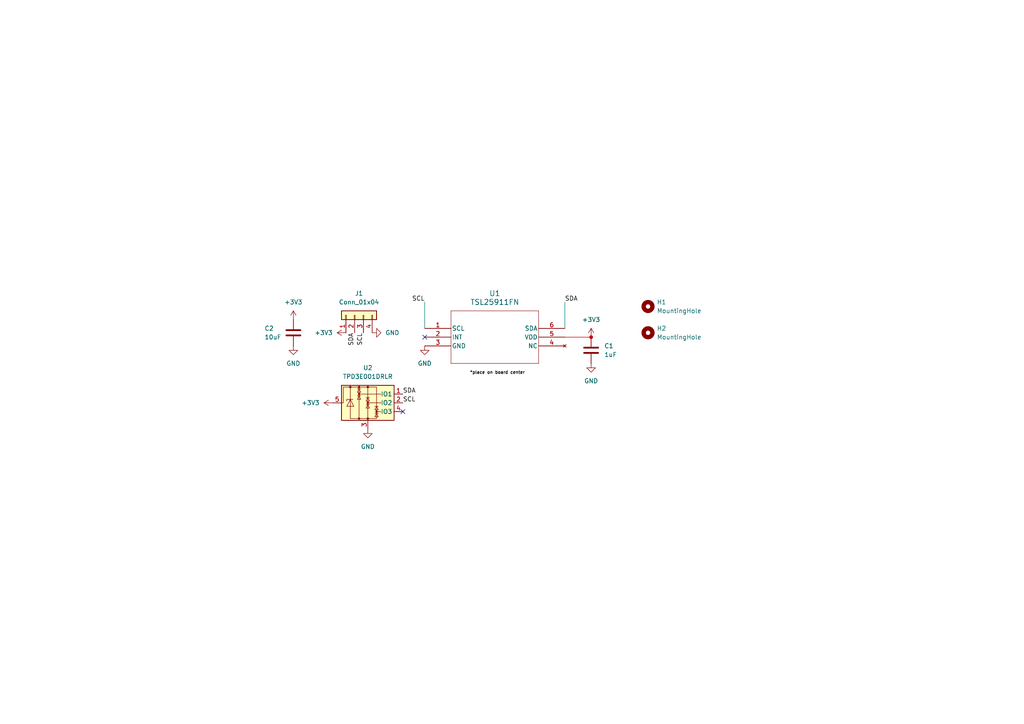
<source format=kicad_sch>
(kicad_sch (version 20231120) (generator "eeschema") (generator_version "8.0")
  (paper "A4")
  (title_block (title "Lux Module") (rev "A") (company "Jeevan Sanchez"))
  (lib_symbols
    (symbol "Connector_Generic:Conn_01x04" (pin_names (offset 1.016) hide)
      (property "Reference" "J" (at 0 5.08 0))
      (property "Value" "Conn_01x04" (at 0 -7.62 0))
      (symbol "Conn_01x04_1_1"
        (rectangle (start -1.27 -4.953) (end 0 -5.207) (stroke (width 0.1524)))
        (rectangle (start -1.27 -2.413) (end 0 -2.667) (stroke (width 0.1524)))
        (rectangle (start -1.27 0.127) (end 0 -0.127) (stroke (width 0.1524)))
        (rectangle (start -1.27 2.667) (end 0 2.413) (stroke (width 0.1524)))
        (rectangle (start -1.27 3.81) (end 1.27 -6.35) (stroke (width 0.254)) (fill (type background)))
        (pin passive line (at -5.08 2.54 0) (length 3.81) (name "Pin_1") (number "1"))
        (pin passive line (at -5.08 0 0) (length 3.81) (name "Pin_2") (number "2"))
        (pin passive line (at -5.08 -2.54 0) (length 3.81) (name "Pin_3") (number "3"))
        (pin passive line (at -5.08 -5.08 0) (length 3.81) (name "Pin_4") (number "4"))
      )
    )
    (symbol "Device:C" (pin_numbers hide) (pin_names (offset 0.254))
      (property "Reference" "C" (at 0.635 2.54 0))
      (property "Value" "C" (at 0.635 -2.54 0))
      (symbol "C_0_1"
        (polyline (pts (xy -2.032 -0.762) (xy 2.032 -0.762)) (stroke (width 0.508)))
        (polyline (pts (xy -2.032 0.762) (xy 2.032 0.762)) (stroke (width 0.508)))
      )
      (symbol "C_1_1"
        (pin passive line (at 0 3.81 270) (length 2.794) (name "~") (number "1"))
        (pin passive line (at 0 -3.81 90) (length 2.794) (name "~") (number "2"))
      )
    )
    (symbol "Mechanical:MountingHole" (pin_names (offset 1.016)) (exclude_from_sim yes) (in_bom no)
      (property "Reference" "H" (at 0 5.08 0))
      (property "Value" "MountingHole" (at 0 3.175 0))
      (symbol "MountingHole_0_1"
        (circle (center 0 0) (radius 1.27) (stroke (width 1.27)))
      )
    )
    (symbol "Power_Protection:TPD3E001DRLR"
      (property "Reference" "U" (at -5.08 6.35 0))
      (property "Value" "TPD3E001DRLR" (at 8.89 -7.62 0))
      (symbol "TPD3E001DRLR_0_1"
        (rectangle (start -7.62 5.08) (end 7.62 -5.08) (stroke (width 0.254)) (fill (type background)))
        (circle (center -5.08 4.572) (radius 0.254) (fill (type outline)))
        (circle (center -2.54 -4.572) (radius 0.254) (fill (type outline)))
        (circle (center -2.54 2.54) (radius 0.254) (fill (type outline)))
        (circle (center -2.54 4.572) (radius 0.254) (fill (type outline)))
        (circle (center 0 -4.572) (radius 0.254) (fill (type outline)))
        (polyline (pts (xy -2.54 2.54) (xy 3.81 2.54)))
        (polyline (pts (xy -2.54 4.572) (xy -2.54 -4.572)))
        (polyline (pts (xy -2.032 2.032) (xy -3.048 2.032)))
        (polyline (pts (xy -2.032 4.064) (xy -3.048 4.064)))
        (polyline (pts (xy 0 -5.08) (xy 0 4.572)))
        (polyline (pts (xy 0 0) (xy 3.81 0)))
        (polyline (pts (xy 0.508 -0.508) (xy -0.508 -0.508)))
        (polyline (pts (xy 0.508 1.524) (xy -0.508 1.524)))
        (polyline (pts (xy 2.54 -2.54) (xy 3.81 -2.54)))
        (polyline (pts (xy 3.048 -3.048) (xy 2.032 -3.048)))
        (polyline (pts (xy 3.048 -1.016) (xy 2.032 -1.016)))
        (polyline (pts (xy -4.318 1.016) (xy -6.096 1.016) (xy -6.096 0.508)))
        (polyline (pts (xy -7.62 0) (xy -7.112 0) (xy -7.112 4.572) (xy -5.08 4.572)))
        (polyline (pts (xy -5.08 1.016) (xy -6.096 -1.016) (xy -4.064 -1.016) (xy -5.08 1.016)))
        (polyline (pts (xy -2.54 2.032) (xy -3.048 1.016) (xy -2.032 1.016) (xy -2.54 2.032)))
        (polyline (pts (xy -2.54 4.064) (xy -3.048 3.048) (xy -2.032 3.048) (xy -2.54 4.064)))
        (polyline (pts (xy 0 -0.508) (xy -0.508 -1.524) (xy 0.508 -1.524) (xy 0 -0.508)))
        (polyline (pts (xy 0 1.524) (xy -0.508 0.508) (xy 0.508 0.508) (xy 0 1.524)))
        (polyline (pts (xy 2.54 -3.048) (xy 2.032 -4.064) (xy 3.048 -4.064) (xy 2.54 -3.048)))
        (polyline (pts (xy 2.54 -1.016) (xy 2.032 -2.032) (xy 3.048 -2.032) (xy 2.54 -1.016)))
        (circle (center 0 0) (radius 0.254) (fill (type outline)))
        (circle (center 0 4.572) (radius 0.254) (fill (type outline)))
        (rectangle (start 2.54 -4.572) (end -5.08 4.572))
        (circle (center 2.54 -2.54) (radius 0.254) (fill (type outline)))
      )
      (symbol "TPD3E001DRLR_1_1"
        (pin passive line (at 10.16 2.54 180) (length 2.54) (name "IO1") (number "1"))
        (pin passive line (at 10.16 0 180) (length 2.54) (name "IO2") (number "2"))
        (pin passive line (at 0 -7.62 90) (length 2.54) (name "~") (number "3"))
        (pin passive line (at 10.16 -2.54 180) (length 2.54) (name "IO3") (number "4"))
        (pin passive line (at -10.16 0 0) (length 2.54) (name "~") (number "5"))
      )
    )
    (symbol "lux-TSL2591:TSL25911FN" (pin_names (offset 0.254))
      (property "Reference" "U" (at 20.32 10.16 0))
      (property "Value" "TSL25911FN" (at 20.32 7.62 0))
      (symbol "TSL25911FN_0_1"
        (polyline (pts (xy 7.62 -10.16) (xy 33.02 -10.16)) (stroke (width 0.127)))
        (polyline (pts (xy 7.62 5.08) (xy 7.62 -10.16)) (stroke (width 0.127)))
        (polyline (pts (xy 33.02 -10.16) (xy 33.02 5.08)) (stroke (width 0.127)))
        (polyline (pts (xy 33.02 5.08) (xy 7.62 5.08)) (stroke (width 0.127)))
        (pin unspecified line (at 0 0 0) (length 7.62) (name "SCL") (number "1"))
        (pin unspecified line (at 0 -2.54 0) (length 7.62) (name "INT") (number "2"))
        (pin power_out line (at 0 -5.08 0) (length 7.62) (name "GND") (number "3"))
        (pin no_connect line (at 40.64 -5.08 180) (length 7.62) (name "NC") (number "4"))
        (pin power_in line (at 40.64 -2.54 180) (length 7.62) (name "VDD") (number "5"))
        (pin unspecified line (at 40.64 0 180) (length 7.62) (name "SDA") (number "6"))
      )
    )
    (symbol "power:+3V3" (power) (pin_numbers hide) (pin_names (offset 0) hide)
      (property "Value" "+3V3" (at 0 3.556 0))
      (symbol "+3V3_0_1"
        (polyline (pts (xy -0.762 1.27) (xy 0 2.54)))
        (polyline (pts (xy 0 0) (xy 0 2.54)))
        (polyline (pts (xy 0 2.54) (xy 0.762 1.27)))
      )
      (symbol "+3V3_1_1"
        (pin power_in line (at 0 0 90) (length 0) (name "~") (number "1"))
      )
    )
    (symbol "power:GND" (power) (pin_numbers hide) (pin_names (offset 0) hide)
      (property "Value" "GND" (at 0 -3.81 0))
      (symbol "GND_0_1"
        (polyline (pts (xy 0 0) (xy 0 -1.27) (xy 1.27 -1.27) (xy 0 -2.54) (xy -1.27 -1.27) (xy 0 -1.27)))
      )
      (symbol "GND_1_1"
        (pin power_in line (at 0 0 270) (length 0) (name "~") (number "1"))
      )
    )
  )
  (junction (at 171.45 97.79) (color 194 0 0 1))
  (no_connect (at 116.84 119.38))
  (no_connect (at 123.19 97.79))
  (wire (pts (xy 163.83 87.63) (xy 163.83 95.25)) (stroke (width 0) (color 0 132 132 1)))
  (wire (pts (xy 123.19 87.63) (xy 123.19 95.25)) (stroke (width 0) (color 0 132 132 1)))
  (wire (pts (xy 163.83 97.79) (xy 171.45 97.79)) (stroke (width 0) (color 194 0 0 1)))
  (text "*place on board center" (at 144.272 108.204 0) (effects (font (size 0.889 0.889))))
  (label "SDA" (at 116.84 114.3 0))
  (label "SDA" (at 102.87 96.52 270))
  (label "SDA" (at 163.83 87.63 0))
  (label "SCL" (at 105.41 96.52 270))
  (label "SCL" (at 123.19 87.63 180))
  (label "SCL" (at 116.84 116.84 0))
  (symbol (lib_id "power:GND") (at 123.19 100.33 0) (unit 1)
    (property "Reference" "#PWR01" (effects (hide yes)))
    (property "Value" "GND" (at 123.19 105.41 0))
    (property "Description" "Power symbol creates a global label with name \"GND\" , ground" (effects (hide yes)))
  )
  (symbol (lib_id "Device:C") (at 85.09 96.52 0) (unit 1)
    (property "Reference" "C2" (at 76.708 95.25 0) (effects (justify left)))
    (property "Value" "10uF" (at 76.708 97.79 0) (effects (justify left)))
    (property "Footprint" "Capacitor_SMD:C_0603_1608Metric" (effects (hide yes)))
    (property "Description" "Unpolarized capacitor" (effects (hide yes)))
    (property "MPN" "CL10A106KP8NNNC" (effects (hide yes)))
    (property "Purchase" "Yes" (effects (hide yes)))
  )
  (symbol (lib_id "power:+3V3") (at 100.33 96.52 90) (unit 1)
    (property "Reference" "#PWR05" (effects (hide yes)))
    (property "Value" "+3V3" (at 96.52 96.5199 90) (effects (justify left)))
    (property "Description" "Power symbol creates a global label with name \"+3V3\"" (effects (hide yes)))
  )
  (symbol (lib_id "Device:C") (at 171.45 101.6 0) (unit 1)
    (property "Reference" "C1" (at 175.26 100.3299 0) (effects (justify left)))
    (property "Value" "1uF" (at 175.26 102.8699 0) (effects (justify left)))
    (property "Footprint" "Capacitor_SMD:C_0402_1005Metric" (effects (hide yes)))
    (property "Description" "Unpolarized capacitor" (effects (hide yes)))
    (property "MPN" "CL05A105KP5NNNC" (effects (hide yes)))
    (property "Purchase" "Yes" (effects (hide yes)))
  )
  (symbol (lib_id "lux-TSL2591:TSL25911FN") (at 123.19 95.25 0) (unit 1)
    (property "Reference" "U1" (at 143.51 85.09 0) (effects (font (size 1.524 1.524))))
    (property "Value" "TSL25911FN" (at 143.51 87.63 0) (effects (font (size 1.524 1.524))))
    (property "Footprint" "ul_TSL25911FN:lux-TSL2591" (effects (hide yes)))
    (property "Datasheet" "https://cdn-shop.adafruit.com/datasheets/TSL25911_Datasheet_EN_v1.pdf" (effects (hide yes)))
    (property "Description" "Light Sensor" (effects (hide yes)))
    (property "MPN" "TSL25911FN" (effects (hide yes)))
    (property "Purchase" "Yes" (effects (hide yes)))
  )
  (symbol (lib_id "power:GND") (at 106.68 124.46 0) (unit 1)
    (property "Reference" "#PWR08" (effects (hide yes)))
    (property "Value" "GND" (at 106.68 129.54 0))
    (property "Description" "Power symbol creates a global label with name \"GND\" , ground" (effects (hide yes)))
  )
  (symbol (lib_id "Mechanical:MountingHole") (at 187.96 88.9 0) (unit 1) (exclude_from_sim yes) (in_bom no)
    (property "Reference" "H1" (at 190.5 87.6299 0) (effects (justify left)))
    (property "Value" "MountingHole" (at 190.5 90.1699 0) (effects (justify left)))
    (property "Footprint" "MountingHole:MountingHole_2.2mm_M2" (effects (hide yes)))
    (property "Description" "Mounting Hole without connection" (effects (hide yes)))
    (property "MPN" "N/A" (effects (hide yes)))
    (property "Purchase" "N/A" (effects (hide yes)))
  )
  (symbol (lib_id "Power_Protection:TPD3E001DRLR") (at 106.68 116.84 0) (unit 1)
    (property "Reference" "U2" (at 106.68 106.68 0))
    (property "Value" "TPD3E001DRLR" (at 106.68 109.22 0))
    (property "Footprint" "Package_TO_SOT_SMD:SOT-553" (effects (hide yes)))
    (property "Datasheet" "http://www.ti.com/lit/ds/symlink/tpd3e001.pdf" (effects (hide yes)))
    (property "Description" "TPD3E001 Low-Capacitance 3-Channel ESD-Protection for High-Speed Data Interfaces" (effects (hide yes)))
    (property "MPN" "TPD3E001DRLR" (effects (hide yes)))
    (property "Purchase" "Yes" (effects (hide yes)))
  )
  (symbol (lib_id "Connector_Generic:Conn_01x04") (at 102.87 91.44 90) (unit 1)
    (property "Reference" "J1" (at 104.14 85.09 90))
    (property "Value" "Conn_01x04" (at 104.14 87.63 90))
    (property "Footprint" "530480410:MOLEX_530480410" (effects (hide yes)))
    (property "Description" "Generic connector, single row, 01x04, script generated (kicad-library-utils/schlib/autogen/connector/)" (effects (hide yes)))
    (property "MPN" "N/A" (effects (hide yes)))
    (property "Purchase" "No" (effects (hide yes)))
  )
  (symbol (lib_id "power:+3V3") (at 171.45 97.79 0) (unit 1)
    (property "Reference" "#PWR02" (effects (hide yes)))
    (property "Value" "+3V3" (at 171.45 92.71 0))
    (property "Description" "Power symbol creates a global label with name \"+3V3\"" (effects (hide yes)))
  )
  (symbol (lib_id "power:+3V3") (at 96.52 116.84 90) (unit 1)
    (property "Reference" "#PWR07" (effects (hide yes)))
    (property "Value" "+3V3" (at 92.71 116.8399 90) (effects (justify left)))
    (property "Description" "Power symbol creates a global label with name \"+3V3\"" (effects (hide yes)))
  )
  (symbol (lib_id "power:GND") (at 85.09 100.33 0) (unit 1)
    (property "Reference" "#PWR010" (effects (hide yes)))
    (property "Value" "GND" (at 85.09 105.41 0))
    (property "Description" "Power symbol creates a global label with name \"GND\" , ground" (effects (hide yes)))
  )
  (symbol (lib_id "power:+3V3") (at 85.09 92.71 0) (unit 1)
    (property "Reference" "#PWR09" (effects (hide yes)))
    (property "Value" "+3V3" (at 85.09 87.63 0))
    (property "Description" "Power symbol creates a global label with name \"+3V3\"" (effects (hide yes)))
  )
  (symbol (lib_id "Mechanical:MountingHole") (at 187.96 96.52 0) (unit 1) (exclude_from_sim yes) (in_bom no)
    (property "Reference" "H2" (at 190.5 95.2499 0) (effects (justify left)))
    (property "Value" "MountingHole" (at 190.5 97.7899 0) (effects (justify left)))
    (property "Footprint" "MountingHole:MountingHole_2.2mm_M2" (effects (hide yes)))
    (property "Description" "Mounting Hole without connection" (effects (hide yes)))
    (property "MPN" "N/A" (effects (hide yes)))
    (property "Purchase" "N/A" (effects (hide yes)))
  )
  (symbol (lib_id "power:GND") (at 171.45 105.41 0) (unit 1)
    (property "Reference" "#PWR03" (effects (hide yes)))
    (property "Value" "GND" (at 171.45 110.49 0))
    (property "Description" "Power symbol creates a global label with name \"GND\" , ground" (effects (hide yes)))
  )
  (symbol (lib_id "power:GND") (at 107.95 96.52 90) (unit 1)
    (property "Reference" "#PWR04" (effects (hide yes)))
    (property "Value" "GND" (at 111.76 96.5199 90) (effects (justify right)))
    (property "Description" "Power symbol creates a global label with name \"GND\" , ground" (effects (hide yes)))
  )
)
</source>
